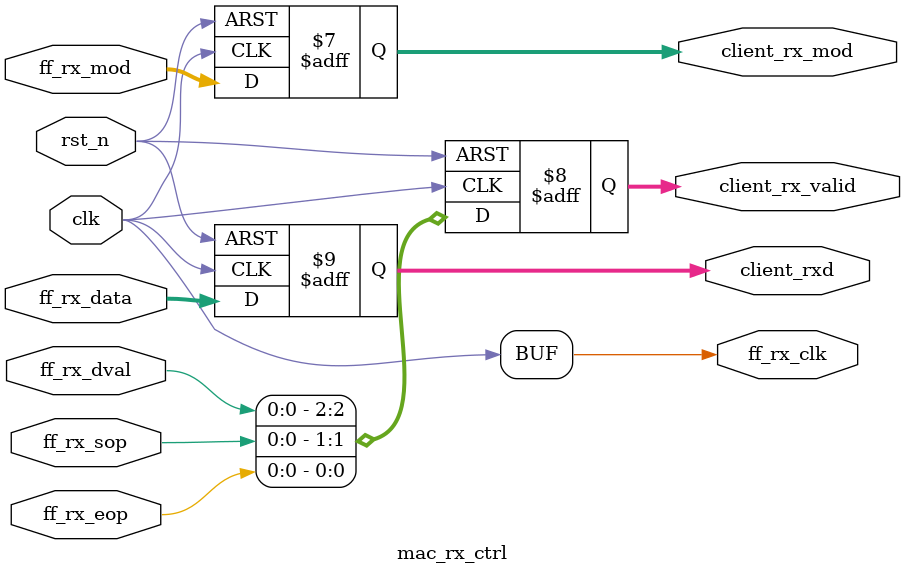
<source format=v>


module mac_rx_ctrl
  #
  (
     parameter         DATA_WIDTH         =   8
  )
  (
     input                               clk                     ,   
     input                               rst_n                   ,   
     
     //--MAC Interface
     output                              ff_rx_clk               ,   
     input        [DATA_WIDTH-1:0]       ff_rx_data              ,   
     input                               ff_rx_sop               ,   
     input                               ff_rx_eop               ,   
     input                               ff_rx_dval              ,   
     input        [1:0]                  ff_rx_mod               ,   
     //--
     output     reg[DATA_WIDTH-1:0]      client_rxd              ,   
     output     reg[2:0]                 client_rx_valid         ,   
     output     reg[1:0]                 client_rx_mod
  );
 
always @ (posedge clk or negedge rst_n)begin
   if(!rst_n)
     client_rxd <= {DATA_WIDTH{1'b0}};
   else
     client_rxd <= ff_rx_data;
end

always @ (posedge clk or negedge rst_n)begin
   if(!rst_n)
     client_rx_valid <= 3'b0;
   else
     client_rx_valid <= {ff_rx_dval,ff_rx_sop,ff_rx_eop};
end

always @ (posedge clk or negedge rst_n)begin
   if(!rst_n)
     client_rx_mod <= 2'b0;
   else
     client_rx_mod <= ff_rx_mod;
end

assign ff_rx_clk = clk;
endmodule 

</source>
